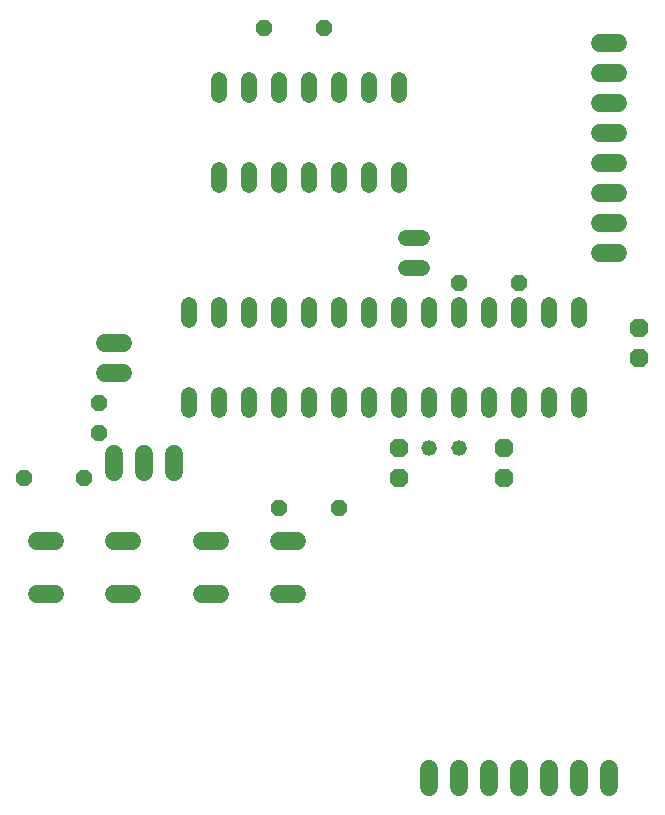
<source format=gtl>
G75*
%MOIN*%
%OFA0B0*%
%FSLAX25Y25*%
%IPPOS*%
%LPD*%
%AMOC8*
5,1,8,0,0,1.08239X$1,22.5*
%
%ADD10C,0.05200*%
%ADD11OC8,0.05200*%
%ADD12C,0.05200*%
%ADD13OC8,0.06300*%
%ADD14C,0.06000*%
D10*
X0067600Y0145000D02*
X0067600Y0150200D01*
X0077600Y0150200D02*
X0077600Y0145000D01*
X0087600Y0145000D02*
X0087600Y0150200D01*
X0097600Y0150200D02*
X0097600Y0145000D01*
X0107600Y0145000D02*
X0107600Y0150200D01*
X0117600Y0150200D02*
X0117600Y0145000D01*
X0127600Y0145000D02*
X0127600Y0150200D01*
X0137600Y0150200D02*
X0137600Y0145000D01*
X0147600Y0145000D02*
X0147600Y0150200D01*
X0157600Y0150200D02*
X0157600Y0145000D01*
X0167600Y0145000D02*
X0167600Y0150200D01*
X0177600Y0150200D02*
X0177600Y0145000D01*
X0187600Y0145000D02*
X0187600Y0150200D01*
X0197600Y0150200D02*
X0197600Y0145000D01*
X0197600Y0175000D02*
X0197600Y0180200D01*
X0187600Y0180200D02*
X0187600Y0175000D01*
X0177600Y0175000D02*
X0177600Y0180200D01*
X0167600Y0180200D02*
X0167600Y0175000D01*
X0157600Y0175000D02*
X0157600Y0180200D01*
X0147600Y0180200D02*
X0147600Y0175000D01*
X0137600Y0175000D02*
X0137600Y0180200D01*
X0127600Y0180200D02*
X0127600Y0175000D01*
X0117600Y0175000D02*
X0117600Y0180200D01*
X0107600Y0180200D02*
X0107600Y0175000D01*
X0097600Y0175000D02*
X0097600Y0180200D01*
X0087600Y0180200D02*
X0087600Y0175000D01*
X0077600Y0175000D02*
X0077600Y0180200D01*
X0067600Y0180200D02*
X0067600Y0175000D01*
X0077600Y0220000D02*
X0077600Y0225200D01*
X0087600Y0225200D02*
X0087600Y0220000D01*
X0097600Y0220000D02*
X0097600Y0225200D01*
X0107600Y0225200D02*
X0107600Y0220000D01*
X0117600Y0220000D02*
X0117600Y0225200D01*
X0127600Y0225200D02*
X0127600Y0220000D01*
X0137600Y0220000D02*
X0137600Y0225200D01*
X0140000Y0202600D02*
X0145200Y0202600D01*
X0145200Y0192600D02*
X0140000Y0192600D01*
X0137600Y0250000D02*
X0137600Y0255200D01*
X0127600Y0255200D02*
X0127600Y0250000D01*
X0117600Y0250000D02*
X0117600Y0255200D01*
X0107600Y0255200D02*
X0107600Y0250000D01*
X0097600Y0250000D02*
X0097600Y0255200D01*
X0087600Y0255200D02*
X0087600Y0250000D01*
X0077600Y0250000D02*
X0077600Y0255200D01*
D11*
X0092600Y0272600D03*
X0112600Y0272600D03*
X0157600Y0187600D03*
X0177600Y0187600D03*
X0117600Y0112600D03*
X0097600Y0112600D03*
X0037600Y0137600D03*
X0037600Y0147600D03*
X0032600Y0122600D03*
X0012600Y0122600D03*
D12*
X0147600Y0132600D03*
X0157600Y0132600D03*
D13*
X0172600Y0132600D03*
X0172600Y0122600D03*
X0137600Y0122600D03*
X0137600Y0132600D03*
X0217600Y0162600D03*
X0217600Y0172600D03*
D14*
X0022800Y0083700D02*
X0016800Y0083700D01*
X0016800Y0101500D02*
X0022800Y0101500D01*
X0042400Y0101500D02*
X0048400Y0101500D01*
X0048400Y0083700D02*
X0042400Y0083700D01*
X0071800Y0083700D02*
X0077800Y0083700D01*
X0077800Y0101500D02*
X0071800Y0101500D01*
X0062600Y0124600D02*
X0062600Y0130600D01*
X0052600Y0130600D02*
X0052600Y0124600D01*
X0042600Y0124600D02*
X0042600Y0130600D01*
X0045600Y0157600D02*
X0039600Y0157600D01*
X0039600Y0167600D02*
X0045600Y0167600D01*
X0097400Y0101500D02*
X0103400Y0101500D01*
X0103400Y0083700D02*
X0097400Y0083700D01*
X0147600Y0025600D02*
X0147600Y0019600D01*
X0157600Y0019600D02*
X0157600Y0025600D01*
X0167600Y0025600D02*
X0167600Y0019600D01*
X0177600Y0019600D02*
X0177600Y0025600D01*
X0187600Y0025600D02*
X0187600Y0019600D01*
X0197600Y0019600D02*
X0197600Y0025600D01*
X0207600Y0025600D02*
X0207600Y0019600D01*
X0210600Y0197600D02*
X0204600Y0197600D01*
X0204600Y0207600D02*
X0210600Y0207600D01*
X0210600Y0217600D02*
X0204600Y0217600D01*
X0204600Y0227600D02*
X0210600Y0227600D01*
X0210600Y0237600D02*
X0204600Y0237600D01*
X0204600Y0247600D02*
X0210600Y0247600D01*
X0210600Y0257600D02*
X0204600Y0257600D01*
X0204600Y0267600D02*
X0210600Y0267600D01*
M02*

</source>
